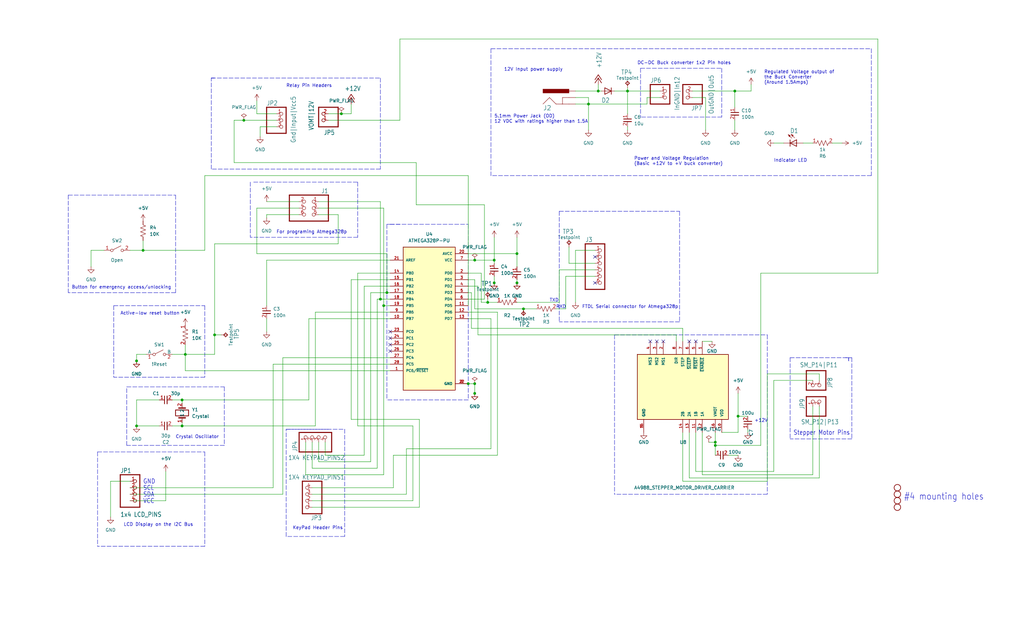
<source format=kicad_sch>
(kicad_sch (version 20211123) (generator eeschema)
  (paper "User" 399.999 250.012)
  (title_block (title "Door Lock Schematic") (rev "4") (company "ECE 411 Team 5 Practicum"))
  (lib_symbols
    (symbol "A4988_STEPPER_MOTOR_DRIVER_CARRIER:A4988_STEPPER_MOTOR_DRIVER_CARRIER" (pin_names (offset 1.016))
      (property "Reference" "U" (at -12.7 19.05 0))
      (property "Value" "A4988_STEPPER_MOTOR_DRIVER_CARRIER" (at -12.7 -21.59 0))
      (symbol "A4988_STEPPER_MOTOR_DRIVER_CARRIER_0_0"
        (pin input line (at -17.78 7.62 0) (length 5.08) (name "~{ENABLE}") (number "1"))
        (pin power_in line (at 17.78 15.24 180) (length 5.08) (name "VDD") (number "10"))
        (pin output line (at 17.78 5.08 180) (length 5.08) (name "1B") (number "11"))
        (pin output line (at 17.78 7.62 180) (length 5.08) (name "1A") (number "12"))
        (pin output line (at 17.78 2.54 180) (length 5.08) (name "2A") (number "13"))
        (pin output line (at 17.78 0 180) (length 5.08) (name "2B") (number "14"))
        (pin power_in line (at 17.78 -15.24 180) (length 5.08) (name "GND") (number "15"))
        (pin power_in line (at 17.78 12.7 180) (length 5.08) (name "VMOT") (number "16"))
        (pin input line (at -17.78 -7.62 0) (length 5.08) (name "MS1") (number "2"))
        (pin input line (at -17.78 -10.16 0) (length 5.08) (name "MS2") (number "3"))
        (pin input line (at -17.78 -12.7 0) (length 5.08) (name "MS3") (number "4"))
        (pin input line (at -17.78 5.08 0) (length 5.08) (name "~{RESET}") (number "5"))
        (pin input line (at -17.78 2.54 0) (length 5.08) (name "~{SLEEP}") (number "6"))
        (pin input line (at -17.78 0 0) (length 5.08) (name "STEP") (number "7"))
        (pin input line (at -17.78 -2.54 0) (length 5.08) (name "DIR") (number "8"))
        (pin power_in line (at 17.78 -15.24 180) (length 5.08) (name "GND") (number "9"))
      )
    )
    (symbol "ATMEGA328P-PU:ATMEGA328P-PU" (pin_names (offset 1.016))
      (property "Reference" "U" (at -10.16 28.9814 0))
      (property "Value" "ATMEGA328P-PU" (at -10.16 -31.5214 0))
      (symbol "ATMEGA328P-PU_0_0"
        (pin bidirectional line (at -15.24 -20.32 0) (length 5.08) (name "PC6/~{RESET}") (number "1"))
        (pin bidirectional line (at -15.24 0 0) (length 5.08) (name "PB7") (number "10"))
        (pin bidirectional line (at 15.24 5.08 180) (length 5.08) (name "PD5") (number "11"))
        (pin bidirectional line (at 15.24 2.54 180) (length 5.08) (name "PD6") (number "12"))
        (pin bidirectional line (at 15.24 0 180) (length 5.08) (name "PD7") (number "13"))
        (pin bidirectional line (at -15.24 17.78 0) (length 5.08) (name "PB0") (number "14"))
        (pin bidirectional line (at -15.24 15.24 0) (length 5.08) (name "PB1") (number "15"))
        (pin bidirectional line (at -15.24 12.7 0) (length 5.08) (name "PB2") (number "16"))
        (pin bidirectional line (at -15.24 10.16 0) (length 5.08) (name "PB3") (number "17"))
        (pin bidirectional line (at -15.24 7.62 0) (length 5.08) (name "PB4") (number "18"))
        (pin bidirectional line (at -15.24 5.08 0) (length 5.08) (name "PB5") (number "19"))
        (pin bidirectional line (at 15.24 17.78 180) (length 5.08) (name "PD0") (number "2"))
        (pin power_in line (at 15.24 25.4 180) (length 5.08) (name "AVCC") (number "20"))
        (pin input line (at -15.24 22.86 0) (length 5.08) (name "AREF") (number "21"))
        (pin power_in line (at 15.24 -25.4 180) (length 5.08) (name "GND") (number "22"))
        (pin bidirectional line (at -15.24 -5.08 0) (length 5.08) (name "PC0") (number "23"))
        (pin bidirectional line (at -15.24 -7.62 0) (length 5.08) (name "PC1") (number "24"))
        (pin bidirectional line (at -15.24 -10.16 0) (length 5.08) (name "PC2") (number "25"))
        (pin bidirectional line (at -15.24 -12.7 0) (length 5.08) (name "PC3") (number "26"))
        (pin bidirectional line (at -15.24 -15.24 0) (length 5.08) (name "PC4") (number "27"))
        (pin bidirectional line (at -15.24 -17.78 0) (length 5.08) (name "PC5") (number "28"))
        (pin bidirectional line (at 15.24 15.24 180) (length 5.08) (name "PD1") (number "3"))
        (pin bidirectional line (at 15.24 12.7 180) (length 5.08) (name "PD2") (number "4"))
        (pin bidirectional line (at 15.24 10.16 180) (length 5.08) (name "PD3") (number "5"))
        (pin bidirectional line (at 15.24 7.62 180) (length 5.08) (name "PD4") (number "6"))
        (pin power_in line (at 15.24 22.86 180) (length 5.08) (name "VCC") (number "7"))
        (pin power_in line (at 15.24 -25.4 180) (length 5.08) (name "GND") (number "8"))
        (pin bidirectional line (at -15.24 2.54 0) (length 5.08) (name "PB6") (number "9"))
      )
    )
    (symbol "C_Small_1" (pin_names (offset 0.254))
      (property "Reference" "C" (at 0.254 1.778 0))
      (property "Value" "C_Small_1" (at 0.254 -2.032 0))
      (symbol "C_Small_1_1_1"
        (pin passive line (at 0 2.54 270) (length 2.032) (name "~") (number "1"))
        (pin passive line (at 0 -2.54 90) (length 2.032) (name "~") (number "2"))
      )
    )
    (symbol "C_Small_2" (pin_names (offset 0.254))
      (property "Reference" "C" (at 0.254 1.778 0))
      (property "Value" "C_Small_2" (at 0.254 -2.032 0))
      (symbol "C_Small_2_1_1"
        (pin passive line (at 0 2.54 270) (length 2.032) (name "~") (number "1"))
        (pin passive line (at 0 -2.54 90) (length 2.032) (name "~") (number "2"))
      )
    )
    (symbol "C_Small_3" (pin_names (offset 0.254))
      (property "Reference" "C" (at 0.254 1.778 0))
      (property "Value" "C_Small_3" (at 0.254 -2.032 0))
      (symbol "C_Small_3_1_1"
        (pin passive line (at 0 2.54 270) (length 2.032) (name "~") (number "1"))
        (pin passive line (at 0 -2.54 90) (length 2.032) (name "~") (number "2"))
      )
    )
    (symbol "C_Small_4" (pin_names (offset 0.254))
      (property "Reference" "C" (at 0.254 1.778 0))
      (property "Value" "C_Small_4" (at 0.254 -2.032 0))
      (symbol "C_Small_4_1_1"
        (pin passive line (at 0 2.54 270) (length 2.032) (name "~") (number "1"))
        (pin passive line (at 0 -2.54 90) (length 2.032) (name "~") (number "2"))
      )
    )
    (symbol "C_Small_5" (pin_names (offset 0.254))
      (property "Reference" "C" (at 0.254 1.778 0))
      (property "Value" "C_Small_5" (at 0.254 -2.032 0))
      (symbol "C_Small_5_1_1"
        (pin passive line (at 0 2.54 270) (length 2.032) (name "~") (number "1"))
        (pin passive line (at 0 -2.54 90) (length 2.032) (name "~") (number "2"))
      )
    )
    (symbol "C_Small_6" (pin_names (offset 0.254))
      (property "Reference" "C" (at 0.254 1.778 0))
      (property "Value" "C_Small_6" (at 0.254 -2.032 0))
      (symbol "C_Small_6_1_1"
        (pin passive line (at 0 2.54 270) (length 2.032) (name "~") (number "1"))
        (pin passive line (at 0 -2.54 90) (length 2.032) (name "~") (number "2"))
      )
    )
    (symbol "C_Small_7" (pin_names (offset 0.254))
      (property "Reference" "C" (at 0.254 1.778 0))
      (property "Value" "C_Small_7" (at 0.254 -2.032 0))
      (symbol "C_Small_7_1_1"
        (pin passive line (at 0 2.54 270) (length 2.032) (name "~") (number "1"))
        (pin passive line (at 0 -2.54 90) (length 2.032) (name "~") (number "2"))
      )
    )
    (symbol "C_Small_8" (pin_names (offset 0.254))
      (property "Reference" "C" (at 0.254 1.778 0))
      (property "Value" "C_Small_8" (at 0.254 -2.032 0))
      (symbol "C_Small_8_1_1"
        (pin passive line (at 0 2.54 270) (length 2.032) (name "~") (number "1"))
        (pin passive line (at 0 -2.54 90) (length 2.032) (name "~") (number "2"))
      )
    )
    (symbol "Device:C_Small" (pin_names (offset 0.254))
      (property "Reference" "C" (at 0.254 1.778 0))
      (property "Value" "C_Small" (at 0.254 -2.032 0))
      (symbol "C_Small_1_1"
        (pin passive line (at 0 2.54 270) (length 2.032) (name "~") (number "1"))
        (pin passive line (at 0 -2.54 90) (length 2.032) (name "~") (number "2"))
      )
    )
    (symbol "Device:Crystal" (pin_names (offset 1.016))
      (property "Reference" "Y" (at 0 3.81 0))
      (property "Value" "Crystal" (at 0 -3.81 0))
      (symbol "Crystal_1_1"
        (pin passive line (at -3.81 0 0) (length 1.27) (name "1") (number "1"))
        (pin passive line (at 3.81 0 180) (length 1.27) (name "2") (number "2"))
      )
    )
    (symbol "Device:R_US" (pin_numbers hide) (pin_names (offset 0))
      (property "Reference" "R" (at 2.54 0 90))
      (property "Value" "R_US" (at -2.54 0 90))
      (symbol "R_US_1_1"
        (pin passive line (at 0 3.81 270) (length 1.27) (name "~") (number "1"))
        (pin passive line (at 0 -3.81 90) (length 1.27) (name "~") (number "2"))
      )
    )
    (symbol "Keyless_Door-eagle-import:+12V" (power)
      (property "Value" "+12V" (at -2.54 -5.08 90))
      (symbol "+12V_1_0"
        (pin power_in line (at 0 -2.54 90) (length 2.54) (name "+12V") (number "1"))
      )
    )
    (symbol "Keyless_Door-eagle-import:DIODE-SMB"
      (property "Reference" "D" (at 2.54 0.4826 0))
      (property "Value" "DIODE-SMB" (at 2.54 -2.3114 0))
      (symbol "DIODE-SMB_1_0"
        (pin passive line (at -2.54 0 0) (length 2.54) (name "A") (number "A"))
        (pin passive line (at 2.54 0 180) (length 2.54) (name "C") (number "C"))
      )
    )
    (symbol "Keyless_Door-eagle-import:LEDCHIP-LED0805"
      (property "Reference" "LED" (at 3.556 -4.572 90))
      (property "Value" "LEDCHIP-LED0805" (at 5.715 -4.572 90))
      (symbol "LEDCHIP-LED0805_1_0"
        (pin passive line (at 0 2.54 270) (length 2.54) (name "A") (number "A"))
        (pin passive line (at 0 -5.08 90) (length 2.54) (name "C") (number "C"))
      )
    )
    (symbol "Keyless_Door-eagle-import:PINHD-1X2"
      (property "Reference" "JP" (at -6.35 5.715 0))
      (property "Value" "PINHD-1X2" (at -6.35 -5.08 0))
      (symbol "PINHD-1X2_1_0"
        (pin passive inverted (at -2.54 2.54 0) (length 2.54) (name "1") (number "1"))
        (pin passive inverted (at -2.54 0 0) (length 2.54) (name "2") (number "2"))
      )
    )
    (symbol "Keyless_Door-eagle-import:PINHD-1X3"
      (property "Reference" "JP" (at -6.35 5.715 0))
      (property "Value" "PINHD-1X3" (at -6.35 -7.62 0))
      (symbol "PINHD-1X3_1_0"
        (pin passive inverted (at -2.54 2.54 0) (length 2.54) (name "1") (number "1"))
        (pin passive inverted (at -2.54 0 0) (length 2.54) (name "2") (number "2"))
        (pin passive inverted (at -2.54 -2.54 0) (length 2.54) (name "3") (number "3"))
      )
    )
    (symbol "Keyless_Door-eagle-import:PINHD-1X4"
      (property "Reference" "JP" (at -6.35 8.255 0))
      (property "Value" "PINHD-1X4" (at -6.35 -7.62 0))
      (symbol "PINHD-1X4_1_0"
        (pin passive inverted (at -2.54 5.08 0) (length 2.54) (name "1") (number "1"))
        (pin passive inverted (at -2.54 2.54 0) (length 2.54) (name "2") (number "2"))
        (pin passive inverted (at -2.54 0 0) (length 2.54) (name "3") (number "3"))
        (pin passive inverted (at -2.54 -2.54 0) (length 2.54) (name "4") (number "4"))
      )
    )
    (symbol "Keyless_Door-eagle-import:PINHD-1X6"
      (property "Reference" "JP" (at -6.35 10.795 0))
      (property "Value" "PINHD-1X6" (at -6.35 -10.16 0))
      (symbol "PINHD-1X6_1_0"
        (pin passive inverted (at -2.54 7.62 0) (length 2.54) (name "1") (number "1"))
        (pin passive inverted (at -2.54 5.08 0) (length 2.54) (name "2") (number "2"))
        (pin passive inverted (at -2.54 2.54 0) (length 2.54) (name "3") (number "3"))
        (pin passive inverted (at -2.54 0 0) (length 2.54) (name "4") (number "4"))
        (pin passive inverted (at -2.54 -2.54 0) (length 2.54) (name "5") (number "5"))
        (pin passive inverted (at -2.54 -5.08 0) (length 2.54) (name "6") (number "6"))
      )
    )
    (symbol "Keyless_Door-eagle-import:PINHD-2X3"
      (property "Reference" "JP" (at -6.35 5.715 0))
      (property "Value" "PINHD-2X3" (at -6.35 -7.62 0))
      (symbol "PINHD-2X3_1_0"
        (pin passive inverted (at -2.54 2.54 0) (length 2.54) (name "1") (number "1"))
        (pin passive inverted (at 5.08 2.54 180) (length 2.54) (name "2") (number "2"))
        (pin passive inverted (at -2.54 0 0) (length 2.54) (name "3") (number "3"))
        (pin passive inverted (at 5.08 0 180) (length 2.54) (name "4") (number "4"))
        (pin passive inverted (at -2.54 -2.54 0) (length 2.54) (name "5") (number "5"))
        (pin passive inverted (at 5.08 -2.54 180) (length 2.54) (name "6") (number "6"))
      )
    )
    (symbol "Keyless_Door-eagle-import:POWER_JACK"
      (property "Reference" "J" (at -10.16 0 0))
      (property "Value" "POWER_JACK" (at -10.16 10.16 0))
      (symbol "POWER_JACK_1_0"
        (pin bidirectional line (at 2.54 2.54 180) (length 2.54) (name "GND") (number "GND"))
        (pin bidirectional line (at 2.54 5.08 180) (length 2.54) (name "GNDBREAK") (number "GNDBREAK"))
        (pin bidirectional line (at 2.54 7.62 180) (length 2.54) (name "PWR") (number "PWR"))
      )
    )
    (symbol "Keyless_Door-eagle-import:STAND-OFF")
    (symbol "Keyless_Door-eagle-import:TPPAD1-13"
      (property "Reference" "TP4" (at -1.27 1.27 0))
      (symbol "TPPAD1-13_1_0"
        (pin input line (at 0 -2.54 90) (length 2.54) (name "TP") (number "TP"))
      )
    )
    (symbol "R_US_1" (pin_names (offset 0))
      (property "Reference" "R" (at 2.54 0 90))
      (property "Value" "R_US_1" (at -2.54 0 90))
      (symbol "R_US_1_1_1"
        (pin passive line (at 0 3.81 270) (length 1.27) (name "~") (number "1"))
        (pin passive line (at 0 -3.81 90) (length 1.27) (name "~") (number "2"))
      )
    )
    (symbol "R_US_2" (pin_names (offset 0))
      (property "Reference" "R" (at 2.54 0 90))
      (property "Value" "R_US_2" (at -2.54 0 90))
      (symbol "R_US_2_1_1"
        (pin passive line (at 0 3.81 270) (length 1.27) (name "~") (number "1"))
        (pin passive line (at 0 -3.81 90) (length 1.27) (name "~") (number "2"))
      )
    )
    (symbol "R_US_3" (pin_names (offset 0))
      (property "Reference" "R" (at 2.54 0 90))
      (property "Value" "R_US_3" (at -2.54 0 90))
      (symbol "R_US_3_1_1"
        (pin passive line (at 0 3.81 270) (length 1.27) (name "~") (number "1"))
        (pin passive line (at 0 -3.81 90) (length 1.27) (name "~") (number "2"))
      )
    )
    (symbol "R_US_4" (pin_names (offset 0))
      (property "Reference" "R" (at 2.54 0 90))
      (property "Value" "R_US_4" (at -2.54 0 90))
      (symbol "R_US_4_1_1"
        (pin passive line (at 0 3.81 270) (length 1.27) (name "~") (number "1"))
        (pin passive line (at 0 -3.81 90) (length 1.27) (name "~") (number "2"))
      )
    )
    (symbol "SW_SPST_1" (pin_names (offset 0))
      (property "Reference" "SW" (at 0 3.175 0))
      (property "Value" "SW_SPST_1" (at 0 -2.54 0))
      (symbol "SW_SPST_1_1_1"
        (pin passive line (at -5.08 0 0) (length 2.54) (name "A") (number "1"))
        (pin passive line (at 5.08 0 180) (length 2.54) (name "B") (number "2"))
      )
    )
    (symbol "Switch:SW_SPST" (pin_names (offset 0) hide)
      (property "Reference" "SW" (at 0 3.175 0))
      (property "Value" "SW_SPST" (at 0 -2.54 0))
      (symbol "SW_SPST_1_1"
        (pin passive line (at -5.08 0 0) (length 2.54) (name "A") (number "1"))
        (pin passive line (at 5.08 0 180) (length 2.54) (name "B") (number "2"))
      )
    )
    (symbol "power:+5V" (power) (pin_names (offset 0))
      (property "Value" "+5V" (at 0 3.556 0))
      (symbol "+5V_1_1"
        (pin power_in line (at 0 0 90) (length 0) hide (name "+5V") (number "1"))
      )
    )
    (symbol "power:GND" (power) (pin_names (offset 0))
      (property "Value" "GND" (at 0 -3.81 0))
      (symbol "GND_1_1"
        (pin power_in line (at 0 0 270) (length 0) hide (name "GND") (number "1"))
      )
    )
    (symbol "power:PWR_FLAG" (power) (pin_numbers hide) (pin_names (offset 0) hide)
      (property "Value" "PWR_FLAG" (at 0 3.81 0))
      (symbol "PWR_FLAG_0_0"
        (pin power_out line (at 0 0 90) (length 0) (name "pwr") (number "1"))
      )
    )
  )
  (junction (at 185.42 101.6))
  (junction (at 72.39 138.43))
  (junction (at 201.93 99.06))
  (junction (at 201.93 110.49))
  (junction (at 133.35 44.45))
  (junction (at 83.82 130.81))
  (junction (at 288.29 162.56))
  (junction (at 204.47 120.65))
  (junction (at 53.34 166.37))
  (junction (at 279.4 173.99))
  (junction (at 245.11 35.56))
  (junction (at 149.86 119.38))
  (junction (at 193.04 110.49))
  (junction (at 193.04 101.6))
  (junction (at 229.87 40.64))
  (junction (at 71.12 156.21))
  (junction (at 55.88 97.79))
  (junction (at 279.4 172.72))
  (junction (at 287.02 35.56))
  (junction (at 185.42 149.86))
  (junction (at 53.34 140.97))
  (junction (at 233.68 35.56))
  (junction (at 71.12 166.37))
  (junction (at 182.88 149.86))
  (junction (at 148.59 116.84))
  (junction (at 185.42 153.67))
  (junction (at 95.25 46.99))
  (junction (at 190.5 118.11))
  (junction (at 151.13 114.3))
  (no_connect (at 152.4 137.16))
  (no_connect (at 259.08 133.35))
  (no_connect (at 254 133.35))
  (no_connect (at 152.4 134.62))
  (no_connect (at 232.41 100.33))
  (no_connect (at 271.78 133.35))
  (no_connect (at 256.54 133.35))
  (no_connect (at 152.4 129.54))
  (no_connect (at 232.41 110.49))
  (no_connect (at 152.4 132.08))
  (no_connect (at 269.24 133.35))
  (wire (pts (xy 124.46 172.72) (xy 124.46 180.34)))
  (polyline (pts (xy 250.19 26.67) (xy 250.19 45.72)))
  (wire (pts (xy 182.88 68.58) (xy 80.01 68.58)))
  (wire (pts (xy 270.51 35.56) (xy 287.02 35.56)))
  (wire (pts (xy 153.67 177.8) (xy 194.31 177.8)))
  (polyline (pts (xy 299.72 130.81) (xy 299.72 193.04)))
  (wire (pts (xy 121.92 198.12) (xy 163.83 198.12)))
  (wire (pts (xy 222.25 102.87) (xy 232.41 102.87)))
  (wire (pts (xy 104.14 78.74) (xy 116.84 78.74)))
  (wire (pts (xy 276.86 172.72) (xy 279.4 172.72)))
  (wire (pts (xy 35.56 97.79) (xy 35.56 104.14)))
  (polyline (pts (xy 332.74 139.7) (xy 332.74 171.45)))
  (wire (pts (xy 156.21 46.99) (xy 156.21 15.24)))
  (wire (pts (xy 107.95 49.53) (xy 101.6 49.53)))
  (wire (pts (xy 163.83 198.12) (xy 163.83 163.83)))
  (wire (pts (xy 133.35 44.45) (xy 137.16 44.45)))
  (wire (pts (xy 264.16 133.35) (xy 264.16 130.81)))
  (polyline (pts (xy 148.59 30.48) (xy 148.59 66.04)))
  (wire (pts (xy 288.29 162.56) (xy 292.1 162.56)))
  (wire (pts (xy 292.1 167.64) (xy 292.1 168.91)))
  (wire (pts (xy 149.86 81.28) (xy 149.86 119.38)))
  (wire (pts (xy 119.38 185.42) (xy 119.38 172.72)))
  (wire (pts (xy 288.29 162.56) (xy 288.29 168.91)))
  (polyline (pts (xy 308.61 139.7) (xy 332.74 139.7)))
  (polyline (pts (xy 111.76 167.64) (xy 113.03 167.64)))
  (wire (pts (xy 342.9 15.24) (xy 342.9 106.68)))
  (wire (pts (xy 55.88 97.79) (xy 80.01 97.79)))
  (wire (pts (xy 158.75 175.26) (xy 191.77 175.26)))
  (wire (pts (xy 124.46 81.28) (xy 149.86 81.28)))
  (wire (pts (xy 185.42 120.65) (xy 204.47 120.65)))
  (polyline (pts (xy 299.72 193.04) (xy 240.03 193.04)))
  (wire (pts (xy 297.18 106.68) (xy 342.9 106.68)))
  (polyline (pts (xy 113.03 167.64) (xy 128.27 167.64)))
  (wire (pts (xy 124.46 78.74) (xy 148.59 78.74)))
  (wire (pts (xy 182.88 116.84) (xy 189.23 116.84)))
  (wire (pts (xy 57.15 138.43) (xy 53.34 138.43)))
  (wire (pts (xy 158.75 193.04) (xy 158.75 175.26)))
  (wire (pts (xy 83.82 95.25) (xy 83.82 130.81)))
  (wire (pts (xy 320.04 148.59) (xy 320.04 146.05)))
  (wire (pts (xy 201.93 109.22) (xy 201.93 110.49)))
  (wire (pts (xy 147.32 116.84) (xy 148.59 116.84)))
  (wire (pts (xy 252.73 38.1) (xy 252.73 40.64)))
  (wire (pts (xy 193.04 101.6) (xy 193.04 102.87)))
  (polyline (pts (xy 182.88 87.63) (xy 182.88 156.21)))
  (polyline (pts (xy 49.53 151.13) (xy 87.63 151.13)))
  (wire (pts (xy 161.29 195.58) (xy 121.92 195.58)))
  (wire (pts (xy 62.23 156.21) (xy 53.34 156.21)))
  (polyline (pts (xy 82.55 30.48) (xy 148.59 30.48)))
  (polyline (pts (xy 87.63 173.99) (xy 49.53 173.99)))
  (polyline (pts (xy 82.55 66.04) (xy 82.55 30.48)))
  (polyline (pts (xy 111.76 167.64) (xy 134.62 167.64)))
  (wire (pts (xy 149.86 119.38) (xy 152.4 119.38)))
  (wire (pts (xy 121.92 193.04) (xy 158.75 193.04)))
  (wire (pts (xy 106.68 142.24) (xy 106.68 190.5)))
  (wire (pts (xy 232.41 105.41) (xy 218.44 105.41)))
  (wire (pts (xy 100.33 81.28) (xy 116.84 81.28)))
  (wire (pts (xy 182.88 101.6) (xy 185.42 101.6)))
  (polyline (pts (xy 151.13 87.63) (xy 152.4 87.63)))
  (polyline (pts (xy 38.1 176.53) (xy 38.1 213.36)))
  (wire (pts (xy 193.04 107.95) (xy 193.04 110.49)))
  (wire (pts (xy 185.42 109.22) (xy 182.88 109.22)))
  (wire (pts (xy 182.88 99.06) (xy 201.93 99.06)))
  (wire (pts (xy 222.25 96.52) (xy 222.25 102.87)))
  (wire (pts (xy 189.23 116.84) (xy 189.23 80.01)))
  (polyline (pts (xy 182.88 156.21) (xy 151.13 156.21)))
  (wire (pts (xy 279.4 172.72) (xy 279.4 173.99)))
  (wire (pts (xy 302.26 148.59) (xy 317.5 148.59)))
  (wire (pts (xy 72.39 138.43) (xy 67.31 138.43)))
  (wire (pts (xy 325.12 55.88) (xy 328.93 55.88)))
  (wire (pts (xy 269.24 186.69) (xy 320.04 186.69)))
  (polyline (pts (xy 308.61 139.7) (xy 308.61 171.45)))
  (wire (pts (xy 317.5 185.42) (xy 317.5 158.75)))
  (polyline (pts (xy 26.67 76.2) (xy 26.67 114.3)))
  (wire (pts (xy 233.68 33.02) (xy 233.68 35.56)))
  (wire (pts (xy 152.4 144.78) (xy 72.39 144.78)))
  (wire (pts (xy 266.7 187.96) (xy 299.72 187.96)))
  (polyline (pts (xy 26.67 76.2) (xy 68.58 76.2)))
  (wire (pts (xy 182.88 68.58) (xy 182.88 119.38)))
  (wire (pts (xy 72.39 144.78) (xy 72.39 138.43)))
  (polyline (pts (xy 80.01 176.53) (xy 80.01 213.36)))
  (wire (pts (xy 104.14 83.82) (xy 104.14 85.09)))
  (wire (pts (xy 152.4 109.22) (xy 137.16 109.22)))
  (wire (pts (xy 190.5 116.84) (xy 190.5 118.11)))
  (wire (pts (xy 161.29 166.37) (xy 161.29 195.58)))
  (wire (pts (xy 257.81 38.1) (xy 252.73 38.1)))
  (polyline (pts (xy 218.44 82.55) (xy 218.44 125.73)))
  (wire (pts (xy 224.79 35.56) (xy 233.68 35.56)))
  (wire (pts (xy 224.79 97.79) (xy 232.41 97.79)))
  (wire (pts (xy 204.47 120.65) (xy 209.55 120.65)))
  (wire (pts (xy 182.88 124.46) (xy 191.77 124.46)))
  (wire (pts (xy 279.4 168.91) (xy 279.4 172.72)))
  (wire (pts (xy 313.69 55.88) (xy 317.5 55.88)))
  (wire (pts (xy 187.96 118.11) (xy 187.96 106.68)))
  (polyline (pts (xy 80.01 147.32) (xy 44.45 147.32)))
  (wire (pts (xy 302.26 55.88) (xy 306.07 55.88)))
  (wire (pts (xy 127 177.8) (xy 142.24 177.8)))
  (polyline (pts (xy 82.55 30.48) (xy 83.82 30.48)))
  (wire (pts (xy 127 177.8) (xy 127 172.72)))
  (wire (pts (xy 91.44 63.5) (xy 91.44 46.99)))
  (wire (pts (xy 83.82 130.81) (xy 83.82 138.43)))
  (wire (pts (xy 142.24 111.76) (xy 152.4 111.76)))
  (wire (pts (xy 100.33 44.45) (xy 107.95 44.45)))
  (polyline (pts (xy 331.47 139.7) (xy 331.47 140.97)))
  (polyline (pts (xy 44.45 119.38) (xy 80.01 119.38)))
  (polyline (pts (xy 218.44 82.55) (xy 265.43 82.55)))
  (polyline (pts (xy 68.58 76.2) (xy 68.58 114.3)))
  (wire (pts (xy 132.08 95.25) (xy 83.82 95.25)))
  (wire (pts (xy 245.11 35.56) (xy 257.81 35.56)))
  (wire (pts (xy 240.03 35.56) (xy 245.11 35.56)))
  (wire (pts (xy 162.56 80.01) (xy 162.56 63.5)))
  (wire (pts (xy 229.87 38.1) (xy 229.87 40.64)))
  (wire (pts (xy 299.72 146.05) (xy 320.04 146.05)))
  (wire (pts (xy 288.29 153.67) (xy 288.29 162.56)))
  (wire (pts (xy 229.87 40.64) (xy 229.87 50.8)))
  (wire (pts (xy 139.7 106.68) (xy 152.4 106.68)))
  (wire (pts (xy 287.02 50.8) (xy 287.02 46.99)))
  (polyline (pts (xy 265.43 82.55) (xy 265.43 125.73)))
  (wire (pts (xy 279.4 173.99) (xy 279.4 177.8)))
  (polyline (pts (xy 331.47 139.7) (xy 331.47 140.97)))
  (wire (pts (xy 101.6 49.53) (xy 101.6 53.34)))
  (polyline (pts (xy 265.43 125.73) (xy 218.44 125.73)))
  (polyline (pts (xy 240.03 130.81) (xy 299.72 130.81)))
  (wire (pts (xy 245.11 34.29) (xy 245.11 35.56)))
  (wire (pts (xy 163.83 163.83) (xy 137.16 163.83)))
  (wire (pts (xy 264.16 130.81) (xy 186.69 130.81)))
  (wire (pts (xy 121.92 190.5) (xy 153.67 190.5)))
  (wire (pts (xy 124.46 180.34) (xy 144.78 180.34)))
  (polyline (pts (xy 44.45 119.38) (xy 44.45 147.32)))
  (wire (pts (xy 187.96 106.68) (xy 182.88 106.68)))
  (wire (pts (xy 220.98 107.95) (xy 220.98 120.65)))
  (wire (pts (xy 271.78 168.91) (xy 271.78 184.15)))
  (wire (pts (xy 185.42 153.67) (xy 185.42 149.86)))
  (wire (pts (xy 297.18 106.68) (xy 297.18 173.99)))
  (wire (pts (xy 137.16 109.22) (xy 137.16 163.83)))
  (polyline (pts (xy 250.19 26.67) (xy 281.94 26.67)))
  (wire (pts (xy 245.11 35.56) (xy 245.11 44.45)))
  (wire (pts (xy 161.29 166.37) (xy 139.7 166.37)))
  (wire (pts (xy 274.32 133.35) (xy 278.13 133.35)))
  (wire (pts (xy 186.69 111.76) (xy 182.88 111.76)))
  (wire (pts (xy 185.42 101.6) (xy 193.04 101.6)))
  (polyline (pts (xy 80.01 119.38) (xy 80.01 147.32)))
  (wire (pts (xy 123.19 121.92) (xy 123.19 166.37)))
  (polyline (pts (xy 148.59 66.04) (xy 82.55 66.04)))
  (wire (pts (xy 274.32 185.42) (xy 317.5 185.42)))
  (wire (pts (xy 274.32 168.91) (xy 274.32 185.42)))
  (polyline (pts (xy 240.03 130.81) (xy 240.03 193.04)))
  (wire (pts (xy 106.68 142.24) (xy 152.4 142.24)))
  (polyline (pts (xy 38.1 176.53) (xy 80.01 176.53)))
  (polyline (pts (xy 68.58 114.3) (xy 26.67 114.3)))
  (polyline (pts (xy 87.63 151.13) (xy 87.63 173.99)))
  (wire (pts (xy 299.72 187.96) (xy 299.72 146.05)))
  (wire (pts (xy 266.7 133.35) (xy 266.7 128.27)))
  (polyline (pts (xy 151.13 87.63) (xy 151.13 156.21)))
  (wire (pts (xy 297.18 173.99) (xy 279.4 173.99)))
  (wire (pts (xy 72.39 134.62) (xy 72.39 138.43)))
  (wire (pts (xy 119.38 185.42) (xy 149.86 185.42)))
  (wire (pts (xy 194.31 118.11) (xy 190.5 118.11)))
  (polyline (pts (xy 134.62 209.55) (xy 111.76 209.55)))
  (wire (pts (xy 67.31 156.21) (xy 71.12 156.21)))
  (wire (pts (xy 162.56 63.5) (xy 91.44 63.5)))
  (wire (pts (xy 100.33 81.28) (xy 100.33 99.06)))
  (polyline (pts (xy 191.77 19.05) (xy 191.77 68.58)))
  (wire (pts (xy 104.14 101.6) (xy 104.14 119.38)))
  (wire (pts (xy 194.31 177.8) (xy 194.31 121.92)))
  (wire (pts (xy 151.13 99.06) (xy 151.13 114.3)))
  (wire (pts (xy 224.79 97.79) (xy 224.79 118.11)))
  (wire (pts (xy 100.33 39.37) (xy 100.33 44.45)))
  (wire (pts (xy 147.32 182.88) (xy 147.32 116.84)))
  (polyline (pts (xy 99.06 71.12) (xy 139.7 71.12)))
  (wire (pts (xy 191.77 175.26) (xy 191.77 124.46)))
  (wire (pts (xy 201.93 118.11) (xy 218.44 118.11)))
  (wire (pts (xy 91.44 46.99) (xy 95.25 46.99)))
  (wire (pts (xy 193.04 92.71) (xy 193.04 101.6)))
  (wire (pts (xy 148.59 78.74) (xy 148.59 116.84)))
  (wire (pts (xy 293.37 35.56) (xy 287.02 35.56)))
  (wire (pts (xy 302.26 184.15) (xy 302.26 148.59)))
  (wire (pts (xy 80.01 68.58) (xy 80.01 97.79)))
  (wire (pts (xy 224.79 38.1) (xy 229.87 38.1)))
  (wire (pts (xy 182.88 149.86) (xy 180.34 149.86)))
  (wire (pts (xy 137.16 40.64) (xy 137.16 44.45)))
  (wire (pts (xy 288.29 168.91) (xy 281.94 168.91)))
  (polyline (pts (xy 191.77 19.05) (xy 340.36 19.05)))
  (polyline (pts (xy 80.01 213.36) (xy 38.1 213.36)))
  (wire (pts (xy 293.37 33.02) (xy 293.37 35.56)))
  (wire (pts (xy 201.93 99.06) (xy 201.93 104.14)))
  (wire (pts (xy 139.7 166.37) (xy 139.7 106.68)))
  (wire (pts (xy 35.56 97.79) (xy 40.64 97.79)))
  (wire (pts (xy 152.4 121.92) (xy 123.19 121.92)))
  (wire (pts (xy 53.34 166.37) (xy 62.23 166.37)))
  (wire (pts (xy 245.11 50.8) (xy 245.11 49.53)))
  (wire (pts (xy 55.88 97.79) (xy 50.8 97.79)))
  (polyline (pts (xy 152.4 87.63) (xy 156.21 87.63)))
  (wire (pts (xy 190.5 118.11) (xy 187.96 118.11)))
  (wire (pts (xy 104.14 83.82) (xy 116.84 83.82)))
  (wire (pts (xy 184.15 114.3) (xy 182.88 114.3)))
  (wire (pts (xy 123.19 166.37) (xy 71.12 166.37)))
  (wire (pts (xy 184.15 128.27) (xy 184.15 114.3)))
  (wire (pts (xy 110.49 193.04) (xy 110.49 139.7)))
  (polyline (pts (xy 49.53 173.99) (xy 49.53 151.13)))
  (wire (pts (xy 50.8 190.5) (xy 106.68 190.5)))
  (polyline (pts (xy 340.36 68.58) (xy 191.77 68.58)))
  (wire (pts (xy 156.21 15.24) (xy 342.9 15.24)))
  (wire (pts (xy 64.77 184.15) (xy 64.77 195.58)))
  (wire (pts (xy 184.15 128.27) (xy 266.7 128.27)))
  (wire (pts (xy 55.88 93.98) (xy 55.88 97.79)))
  (wire (pts (xy 71.12 165.1) (xy 71.12 166.37)))
  (wire (pts (xy 86.36 130.81) (xy 83.82 130.81)))
  (wire (pts (xy 152.4 101.6) (xy 104.14 101.6)))
  (wire (pts (xy 194.31 121.92) (xy 182.88 121.92)))
  (wire (pts (xy 67.31 166.37) (xy 71.12 166.37)))
  (wire (pts (xy 224.79 40.64) (xy 229.87 40.64)))
  (wire (pts (xy 220.98 120.65) (xy 217.17 120.65)))
  (wire (pts (xy 53.34 156.21) (xy 53.34 166.37)))
  (wire (pts (xy 186.69 130.81) (xy 186.69 111.76)))
  (wire (pts (xy 151.13 114.3) (xy 152.4 114.3)))
  (wire (pts (xy 121.92 182.88) (xy 147.32 182.88)))
  (polyline (pts (xy 152.4 87.63) (xy 182.88 87.63)))
  (wire (pts (xy 233.68 35.56) (xy 234.95 35.56)))
  (wire (pts (xy 153.67 190.5) (xy 153.67 177.8)))
  (wire (pts (xy 266.7 168.91) (xy 266.7 187.96)))
  (polyline (pts (xy 281.94 45.72) (xy 250.19 45.72)))
  (wire (pts (xy 320.04 186.69) (xy 320.04 158.75)))
  (wire (pts (xy 53.34 138.43) (xy 53.34 140.97)))
  (wire (pts (xy 121.92 182.88) (xy 121.92 172.72)))
  (wire (pts (xy 275.59 38.1) (xy 275.59 50.8)))
  (wire (pts (xy 218.44 105.41) (xy 218.44 118.11)))
  (wire (pts (xy 232.41 107.95) (xy 220.98 107.95)))
  (wire (pts (xy 152.4 124.46) (xy 120.65 124.46)))
  (wire (pts (xy 71.12 156.21) (xy 120.65 156.21)))
  (wire (pts (xy 229.87 40.64) (xy 252.73 40.64)))
  (wire (pts (xy 269.24 186.69) (xy 269.24 168.91)))
  (polyline (pts (xy 111.76 209.55) (xy 111.76 167.64)))
  (wire (pts (xy 83.82 138.43) (xy 72.39 138.43)))
  (polyline (pts (xy 139.7 92.71) (xy 97.79 92.71)))
  (wire (pts (xy 132.08 83.82) (xy 132.08 95.25)))
  (wire (pts (xy 189.23 80.01) (xy 162.56 80.01)))
  (wire (pts (xy 185.42 149.86) (xy 182.88 149.86)))
  (wire (pts (xy 201.93 92.71) (xy 201.93 99.06)))
  (wire (pts (xy 124.46 83.82) (xy 132.08 83.82)))
  (wire (pts (xy 149.86 185.42) (xy 149.86 119.38)))
  (wire (pts (xy 284.48 177.8) (xy 288.29 177.8)))
  (wire (pts (xy 144.78 114.3) (xy 151.13 114.3)))
  (wire (pts (xy 142.24 177.8) (xy 142.24 111.76)))
  (wire (pts (xy 50.8 193.04) (xy 110.49 193.04)))
  (polyline (pts (xy 97.79 71.12) (xy 97.79 92.71)))
  (polyline (pts (xy 340.36 19.05) (xy 340.36 68.58)))
  (wire (pts (xy 104.14 124.46) (xy 104.14 129.54)))
  (wire (pts (xy 144.78 180.34) (xy 144.78 114.3)))
  (polyline (pts (xy 281.94 26.67) (xy 281.94 45.72)))
  (wire (pts (xy 271.78 184.15) (xy 302.26 184.15)))
  (wire (pts (xy 50.8 195.58) (xy 64.77 195.58)))
  (wire (pts (xy 287.02 35.56) (xy 287.02 41.91)))
  (wire (pts (xy 185.42 120.65) (xy 185.42 109.22)))
  (wire (pts (xy 95.25 46.99) (xy 107.95 46.99)))
  (polyline (pts (xy 139.7 71.12) (xy 139.7 92.71)))
  (wire (pts (xy 100.33 99.06) (xy 151.13 99.06)))
  (wire (pts (xy 148.59 116.84) (xy 152.4 116.84)))
  (polyline (pts (xy 332.74 171.45) (xy 308.61 171.45)))
  (wire (pts (xy 110.49 139.7) (xy 152.4 139.7)))
  (polyline (pts (xy 330.2 139.7) (xy 331.47 139.7)))
  (polyline (pts (xy 134.62 167.64) (xy 134.62 209.55)))
  (wire (pts (xy 128.27 44.45) (xy 133.35 44.45)))
  (wire (pts (xy 71.12 156.21) (xy 71.12 157.48)))
  (wire (pts (xy 120.65 124.46) (xy 120.65 156.21)))
  (wire (pts (xy 128.27 46.99) (xy 156.21 46.99)))
  (wire (pts (xy 43.18 187.96) (xy 50.8 187.96)))
  (wire (pts (xy 43.18 187.96) (xy 43.18 201.93)))
  (wire (pts (xy 270.51 38.1) (xy 275.59 38.1)))
  (text "SCL" (at 55.88 191.77 180) (effects (font (size 1.778 1.5113)) (justify left bottom)))
  (text "#4 mounting holes" (at 353.06 195.58 180) (effects (font (size 2.54 2.159)) (justify left bottom)))
  (text "12V Input power supply\n" (at 196.85 27.94 0) (effects (font (size 1.27 1.27)) (justify left bottom)))
  (text "DC-DC Buck converter 1x2 Pin holes" (at 248.92 25.4 0) (effects (font (size 1.27 1.27)) (justify left bottom)))
  (text "KeyPad Header Pins" (at 114.3 207.01 0) (effects (font (size 1.27 1.27)) (justify left bottom)))
  (text "FTDL Serial connector for Atmega328p\n" (at 227.33 120.65 0) (effects (font (size 1.27 1.27)) (justify left bottom)))
  (text "Relay Pin Headers\n" (at 111.76 34.29 0) (effects (font (size 1.27 1.27)) (justify left bottom)))
  (text "LCD Display on the I2C Bus\n" (at 48.26 205.74 0) (effects (font (size 1.27 1.27)) (justify left bottom)))
  (text "RXD\n" (at 217.17 120.65 0) (effects (font (size 1.27 1.27)) (justify left bottom)))
  (text "Power and Voltage Regulation\n(Basic +12V to +V buck converter)" (at 247.65 64.77 0) (effects (font (size 1.27 1.27)) (justify left bottom)))
  (text "Button for emergency access/unlocking\n" (at 27.94 113.03 0) (effects (font (size 1.27 1.27)) (justify left bottom)))
  (text "Stepper Motor Pins" (at 309.88 170.18 180) (effects (font (size 1.778 1.5113)) (justify left bottom)))
  (text "For programing Atmega328p\n" (at 107.95 91.44 0) (effects (font (size 1.27 1.27)) (justify left bottom)))
  (text "5.1mm Power Jack (OD) \n12 VDC with ratings higher than 1.5A\n" (at 193.04 48.26 0) (effects (font (size 1.27 1.27)) (justify left bottom)))
  (text "Active-low reset button" (at 46.99 123.19 0) (effects (font (size 1.27 1.27)) (justify left bottom)))
  (text "+12V" (at 294.64 165.1 0) (effects (font (size 1.27 1.27)) (justify left bottom)))
  (text "VCC" (at 55.88 196.85 180) (effects (font (size 1.778 1.5113)) (justify left bottom)))
  (text "Regulated Voltage output of\nthe Buck Converter\n(Around 1.5Amps)\n" (at 298.45 33.02 0) (effects (font (size 1.27 1.27)) (justify left bottom)))
  (text "TXD\n" (at 214.63 118.11 0) (effects (font (size 1.27 1.27)) (justify left bottom)))
  (text "Indicator LED" (at 302.26 63.5 0) (effects (font (size 1.27 1.27)) (justify left bottom)))
  (text "GND" (at 55.88 189.23 180) (effects (font (size 1.778 1.5113)) (justify left bottom)))
  (text "SDA" (at 55.88 194.31 180) (effects (font (size 1.778 1.5113)) (justify left bottom)))
  (text "Crystal Oscillator" (at 68.58 171.45 0) (effects (font (size 1.27 1.27)) (justify left bottom)))
  (symbol (lib_id "Device:C_Small") (at 245.11 46.99 0) (unit 1)
    (property "Reference" "C6" (at 247.65 45.7262 0) (effects (justify left)))
    (property "Value" "10u" (at 247.65 48.26 0) (effects (justify left)))
    (property "Footprint" "Keyless_Door:C0805K" (effects hide))
  )
  (symbol (lib_name "C_Small_7") (lib_id "Device:C_Small") (at 292.1 165.1 180) (unit 1)
    (property "Reference" "C7" (at 293.37 167.64 90) (effects (justify left)))
    (property "Value" "100u" (at 294.64 161.29 0) (effects (justify left)))
    (property "Footprint" "Keyless_Door:C0805K" (effects hide))
  )
  (symbol (lib_id "Device:R_US") (at 55.88 90.17 0) (unit 1)
    (property "Reference" "R4" (at 58.42 88.8999 0) (effects (justify left)))
    (property "Value" "10K" (at 58.42 91.4399 0) (effects (justify left)))
    (property "Footprint" "Keyless_Door:R0805" (effects hide))
  )
  (symbol (lib_id "Keyless_Door-eagle-import:PINHD-1X2") (at 317.5 151.13 270) (unit 1)
    (property "Reference" "JP8" (at 323.215 147.32 0) (effects (font (size 1.778 1.5113)) (justify left bottom)))
    (property "Value" "SM_P14|P11" (at 312.42 143.51 90) (effects (font (size 1.778 1.5113)) (justify left bottom)))
    (property "Footprint" "Keyless_Door:1X02" (effects hide))
  )
  (symbol (lib_id "Keyless_Door-eagle-import:PINHD-1X4") (at 124.46 170.18 90) (unit 1)
    (property "Reference" "JP4" (at 116.205 176.53 0) (effects (font (size 1.778 1.5113)) (justify left bottom)))
    (property "Value" "1X4 KEYPAD_PINS2" (at 134.62 177.8 90) (effects (font (size 1.778 1.5113)) (justify left bottom)))
    (property "Footprint" "Keyless_Door:1X04" (effects hide))
  )
  (symbol (lib_id "power:GND") (at 288.29 177.8 0) (unit 1)
    (property "Reference" "#PWR0110" (effects hide))
    (property "Value" "GND" (at 288.29 181.61 0))
  )
  (symbol (lib_id "power:GND") (at 104.14 85.09 0) (mirror y) (unit 1)
    (property "Reference" "#PWR0127" (effects hide))
    (property "Value" "GND" (at 104.14 90.17 0))
  )
  (symbol (lib_name "R_US_4") (lib_id "Device:R_US") (at 321.31 55.88 90) (unit 1)
    (property "Reference" "R6" (at 321.31 60.96 90))
    (property "Value" "1k" (at 321.31 58.42 90))
    (property "Footprint" "Keyless_Door:R0805" (effects hide))
  )
  (symbol (lib_id "power:PWR_FLAG") (at 276.86 172.72 0) (unit 1)
    (property "Reference" "#FLG0101" (effects hide))
    (property "Value" "PWR_FLAG" (at 276.86 167.64 0))
  )
  (symbol (lib_id "Keyless_Door-eagle-import:TPPAD1-13") (at 190.5 114.3 0) (unit 1)
    (property "Reference" "TP1" (at 187.96 111.76 0) (effects (font (size 1.778 1.5113)) (justify left bottom)))
    (property "Value" "Testpoint" (at 190.5 113.03 0))
    (property "Footprint" "Keyless_Door:P1-13" (effects hide))
  )
  (symbol (lib_id "power:GND") (at 185.42 153.67 0) (unit 1)
    (property "Reference" "#PWR0132" (effects hide))
    (property "Value" "GND" (at 185.42 158.75 0))
  )
  (symbol (lib_name "C_Small_2") (lib_id "Device:C_Small") (at 201.93 106.68 0) (unit 1)
    (property "Reference" "C5" (at 204.47 105.4162 0) (effects (justify left)))
    (property "Value" "100n" (at 204.47 107.95 0) (effects (justify left)))
    (property "Footprint" "Keyless_Door:C0805K" (effects hide))
  )
  (symbol (lib_id "Keyless_Door-eagle-import:PINHD-1X2") (at 320.04 156.21 90) (unit 1)
    (property "Reference" "JP9" (at 314.325 160.02 0) (effects (font (size 1.778 1.5113)) (justify left bottom)))
    (property "Value" "SM_P12|P13" (at 327.66 163.83 90) (effects (font (size 1.778 1.5113)) (justify left bottom)))
    (property "Footprint" "Keyless_Door:1X02" (effects hide))
  )
  (symbol (lib_id "Keyless_Door-eagle-import:PINHD-1X4") (at 119.38 193.04 180) (unit 1)
    (property "Reference" "JP3" (at 125.73 201.295 0) (effects (font (size 1.778 1.5113)) (justify left bottom)))
    (property "Value" "1X4 KEYPAD_PINS1" (at 134.62 185.42 0) (effects (font (size 1.778 1.5113)) (justify left bottom)))
    (property "Footprint" "Keyless_Door:1X04" (effects hide))
  )
  (symbol (lib_id "power:GND") (at 229.87 50.8 0) (unit 1)
    (property "Reference" "#PWR0121" (effects hide))
    (property "Value" "GND" (at 229.87 55.88 0))
  )
  (symbol (lib_id "power:GND") (at 104.14 129.54 0) (unit 1)
    (property "Reference" "#PWR0135" (effects hide))
    (property "Value" "GND" (at 104.14 134.62 0))
  )
  (symbol (lib_name "R_US_3") (lib_id "Device:R_US") (at 72.39 130.81 0) (unit 1)
    (property "Reference" "R1" (at 74.93 129.5399 0) (effects (justify left)))
    (property "Value" "10K" (at 74.93 132.0799 0) (effects (justify left)))
    (property "Footprint" "Keyless_Door:R0805" (effects hide))
  )
  (symbol (lib_id "power:+5V") (at 55.88 86.36 0) (unit 1)
    (property "Reference" "#PWR0124" (effects hide))
    (property "Value" "+5V" (at 55.88 81.28 0))
  )
  (symbol (lib_id "Keyless_Door-eagle-import:PINHD-1X2") (at 125.73 44.45 180) (unit 1)
    (property "Reference" "JP5" (at 130.81 50.8 0) (effects (font (size 1.778 1.5113)) (justify left bottom)))
    (property "Value" "VOMT|12V" (at 120.65 39.37 90) (effects (font (size 1.778 1.5113)) (justify left bottom)))
    (property "Footprint" "Keyless_Door:1X02" (effects hide))
  )
  (symbol (lib_id "Keyless_Door-eagle-import:TPPAD1-13") (at 88.9 130.81 270) (unit 1)
    (property "Reference" "TP5" (at 91.44 128.27 0) (effects (font (size 1.778 1.5113)) (justify left bottom)))
    (property "Value" "Testpoint" (at 90.17 130.81 0))
    (property "Footprint" "Keyless_Door:P1-13" (effects hide))
  )
  (symbol (lib_id "power:GND") (at 185.42 153.67 0) (unit 1)
    (property "Reference" "#PWR0133" (effects hide))
    (property "Value" "GND" (at 185.42 158.75 0))
  )
  (symbol (lib_id "power:GND") (at 201.93 110.49 0) (unit 1)
    (property "Reference" "#PWR0103" (effects hide))
    (property "Value" "GND" (at 201.93 115.57 0))
  )
  (symbol (lib_id "Keyless_Door-eagle-import:+12V") (at 233.68 30.48 0) (unit 1)
    (property "Reference" "#P+0103" (effects hide))
    (property "Value" "+12V" (at 234.95 26.67 90) (effects (font (size 1.778 1.5113)) (justify left bottom)))
    (property "Footprint" "Keyless_Door:" (effects hide))
  )
  (symbol (lib_id "Keyless_Door-eagle-import:STAND-OFF") (at 350.52 195.58 0) (unit 1)
    (property "Reference" "H3" (effects hide))
    (property "Value" "STAND-OFF" (effects hide))
    (property "Footprint" "Keyless_Door:STAND-OFF" (effects hide))
  )
  (symbol (lib_id "power:PWR_FLAG") (at 185.42 101.6 0) (unit 1)
    (property "Reference" "#FLG0102" (effects hide))
    (property "Value" "PWR_FLAG" (at 185.42 96.52 0))
  )
  (symbol (lib_id "power:+5V") (at 100.33 39.37 0) (mirror y) (unit 1)
    (property "Reference" "#PWR0125" (effects hide))
    (property "Value" "+5V" (at 100.33 34.29 0))
  )
  (symbol (lib_id "power:+5V") (at 288.29 153.67 0) (unit 1)
    (property "Reference" "#PWR0109" (effects hide))
    (property "Value" "+5V" (at 288.29 148.59 0))
  )
  (symbol (lib_id "power:GND") (at 302.26 55.88 270) (unit 1)
    (property "Reference" "#PWR0115" (effects hide))
    (property "Value" "GND" (at 298.45 52.07 90) (effects (justify left)))
  )
  (symbol (lib_name "C_Small_3") (lib_id "Device:C_Small") (at 104.14 121.92 0) (unit 1)
    (property "Reference" "C3" (at 106.68 120.6562 0) (effects (justify left)))
    (property "Value" "100n" (at 106.68 123.1962 0) (effects (justify left)))
    (property "Footprint" "Keyless_Door:C0805K" (effects hide))
  )
  (symbol (lib_id "Keyless_Door-eagle-import:PINHD-1X3") (at 110.49 46.99 0) (unit 1)
    (property "Reference" "JP2" (at 104.14 41.275 0) (effects (font (size 1.778 1.5113)) (justify left bottom)))
    (property "Value" "Gnd|Input|Vcc5" (at 115.57 55.88 90) (effects (font (size 1.778 1.5113)) (justify left bottom)))
    (property "Footprint" "Keyless_Door:1X03" (effects hide))
  )
  (symbol (lib_id "Keyless_Door-eagle-import:TPPAD1-13") (at 204.47 123.19 180) (unit 1)
    (property "Reference" "TP2" (at 207.01 125.73 0) (effects (font (size 1.778 1.5113)) (justify left bottom)))
    (property "Value" "Testpoint" (at 204.47 124.46 0))
    (property "Footprint" "Keyless_Door:P1-13" (effects hide))
  )
  (symbol (lib_id "power:+5V") (at 293.37 33.02 0) (unit 1)
    (property "Reference" "#PWR0116" (effects hide))
    (property "Value" "+5V" (at 293.37 27.94 0))
  )
  (symbol (lib_id "Device:Crystal") (at 71.12 161.29 90) (unit 1)
    (property "Reference" "Y1" (at 74.93 160.0199 90) (effects (justify right)))
    (property "Value" "Crystal" (at 74.93 162.5599 90) (effects (justify right)))
    (property "Footprint" "Keyless_Door:HC49UP" (effects hide))
  )
  (symbol (lib_name "SW_SPST_1") (lib_id "Switch:SW_SPST") (at 62.23 138.43 0) (unit 1)
    (property "Reference" "SW1" (at 62.23 134.62 0))
    (property "Value" "!Reset" (at 62.23 142.24 0))
    (property "Footprint" "Keyless_Door:TACTILE_SWITCH_SMD" (effects hide))
  )
  (symbol (lib_id "power:PWR_FLAG") (at 95.25 46.99 0) (unit 1)
    (property "Reference" "#FLG0105" (effects hide))
    (property "Value" "PWR_FLAG" (at 95.25 41.91 0))
  )
  (symbol (lib_id "power:PWR_FLAG") (at 133.35 44.45 0) (unit 1)
    (property "Reference" "#FLG0103" (effects hide))
    (property "Value" "PWR_FLAG" (at 133.35 39.37 0))
  )
  (symbol (lib_id "power:+5V") (at 64.77 184.15 0) (unit 1)
    (property "Reference" "#PWR0112" (effects hide))
    (property "Value" "+5V" (at 64.77 179.07 0))
  )
  (symbol (lib_id "power:GND") (at 251.46 168.91 0) (unit 1)
    (property "Reference" "#PWR0108" (effects hide))
    (property "Value" "GND" (at 251.46 172.72 0))
  )
  (symbol (lib_id "Keyless_Door-eagle-import:LEDCHIP-LED0805") (at 311.15 55.88 270) (unit 1)
    (property "Reference" "D1" (at 308.61 52.07 90) (effects (font (size 1.778 1.5113)) (justify left bottom)))
    (property "Value" "LED" (at 307.34 60.96 90) (effects (font (size 1.778 1.5113)) (justify left bottom)))
    (property "Footprint" "Keyless_Door:CHIP-LED0805" (effects hide))
    (property "Value" "LED" (effects hide))
  )
  (symbol (lib_name "C_Small_1") (lib_id "Device:C_Small") (at 193.04 105.41 0) (unit 1)
    (property "Reference" "C4" (at 195.58 104.1462 0) (effects (justify left)))
    (property "Value" "100n" (at 195.58 106.6862 0) (effects (justify left)))
    (property "Footprint" "Keyless_Door:C0805K" (effects hide))
  )
  (symbol (lib_name "C_Small_8") (lib_id "Device:C_Small") (at 287.02 44.45 0) (unit 1)
    (property "Reference" "C10" (at 289.56 43.1862 0) (effects (justify left)))
    (property "Value" "100n" (at 289.56 45.72 0) (effects (justify left)))
    (property "Footprint" "Keyless_Door:C0805K" (effects hide))
  )
  (symbol (lib_id "Keyless_Door-eagle-import:PINHD-1X4") (at 53.34 193.04 0) (unit 1)
    (property "Reference" "JP1" (at 46.99 184.785 0) (effects (font (size 1.778 1.5113)) (justify left bottom)))
    (property "Value" "1x4 LCD_PINS" (at 46.99 201.93 0) (effects (font (size 1.778 1.5113)) (justify left bottom)))
    (property "Footprint" "Keyless_Door:1X04" (effects hide))
  )
  (symbol (lib_id "power:GND") (at 278.13 133.35 0) (unit 1)
    (property "Reference" "#PWR0119" (effects hide))
    (property "Value" "GND" (at 278.13 137.16 0))
  )
  (symbol (lib_id "power:GND") (at 53.34 166.37 0) (unit 1)
    (property "Reference" "#PWR0136" (effects hide))
    (property "Value" "GND" (at 53.34 171.45 0))
  )
  (symbol (lib_id "power:PWR_FLAG") (at 185.42 149.86 0) (unit 1)
    (property "Reference" "#FLG0104" (effects hide))
    (property "Value" "PWR_FLAG" (at 185.42 144.78 0))
  )
  (symbol (lib_id "power:GND") (at 53.34 140.97 0) (unit 1)
    (property "Reference" "#PWR0137" (effects hide))
    (property "Value" "GND" (at 53.34 146.05 0))
  )
  (symbol (lib_name "C_Small_4") (lib_id "Device:C_Small") (at 64.77 156.21 90) (unit 1)
    (property "Reference" "C1" (at 60.96 153.67 90))
    (property "Value" "30p" (at 68.58 153.67 90))
    (property "Footprint" "Keyless_Door:C0805K" (effects hide))
  )
  (symbol (lib_id "Keyless_Door-eagle-import:POWER_JACK") (at 222.25 43.18 0) (unit 1)
    (property "Reference" "J2" (at 212.09 43.18 0) (effects (font (size 1.778 1.778)) (justify left bottom)))
    (property "Value" "Power Jack" (at 210.82 33.02 0) (effects (font (size 1.778 1.778)) (justify left bottom)))
    (property "Footprint" "Keyless_Door:POWER_JACK_PTH" (effects hide))
    (property "Value" "Power Jack" (effects hide))
  )
  (symbol (lib_id "power:GND") (at 245.11 50.8 0) (unit 1)
    (property "Reference" "#PWR0120" (effects hide))
    (property "Value" "GND" (at 245.11 55.88 0))
  )
  (symbol (lib_id "Keyless_Door-eagle-import:PINHD-1X2") (at 267.97 35.56 180) (unit 1)
    (property "Reference" "JP7" (at 274.32 41.275 0) (effects (font (size 1.778 1.5113)) (justify left bottom)))
    (property "Value" "OutGND|Out5" (at 276.86 29.21 90) (effects (font (size 1.778 1.5113)) (justify left bottom)))
    (property "Footprint" "Keyless_Door:1X02" (effects hide))
  )
  (symbol (lib_id "Keyless_Door-eagle-import:STAND-OFF") (at 350.52 198.12 0) (unit 1)
    (property "Reference" "H4" (effects hide))
    (property "Value" "STAND-OFF" (effects hide))
    (property "Footprint" "Keyless_Door:STAND-OFF" (effects hide))
  )
  (symbol (lib_id "power:GND") (at 43.18 201.93 0) (unit 1)
    (property "Reference" "#PWR0111" (effects hide))
    (property "Value" "GND" (at 43.18 207.01 0))
  )
  (symbol (lib_id "power:+5V") (at 193.04 92.71 0) (unit 1)
    (property "Reference" "#PWR0101" (effects hide))
    (property "Value" "+5V" (at 193.04 87.63 0))
  )
  (symbol (lib_id "power:+5V") (at 104.14 78.74 0) (mirror y) (unit 1)
    (property "Reference" "#PWR0126" (effects hide))
    (property "Value" "+5V" (at 104.14 73.66 0))
  )
  (symbol (lib_name "R_US_1") (lib_id "Device:R_US") (at 198.12 118.11 90) (unit 1)
    (property "Reference" "R2" (at 198.12 123.19 90))
    (property "Value" "1K" (at 198.12 115.57 90))
    (property "Footprint" "Keyless_Door:R0805" (effects hide))
  )
  (symbol (lib_id "A4988_STEPPER_MOTOR_DRIVER_CARRIER:A4988_STEPPER_MOTOR_DRIVER_CARRIER") (at 266.7 151.13 270) (unit 1)
    (property "Reference" "U8" (at 265.43 172.72 90) (effects (justify left)))
    (property "Value" "A4988_STEPPER_MOTOR_DRIVER_CARRIER" (at 247.65 190.5 90) (effects (justify left)))
    (property "Footprint" "Keyless_Door:MODULE_A4988_STEPPER_MOTOR_DRIVER_CARRIER" (effects hide))
    (property "MF" "Pololu" (effects hide))
    (property "AVAILABILITY" "Unavailable" (effects hide))
    (property "PRICE" "None" (effects hide))
    (property "MP" "A4988 STEPPER MOTOR DRIVER CARRIER" (effects hide))
    (property "PACKAGE" "None" (effects hide))
    (property "DESCRIPTION" "Stepper motor controler; IC: A4988; 1A; Uin mot: 8÷35V" (effects hide))
  )
  (symbol (lib_id "power:GND") (at 201.93 110.49 0) (unit 1)
    (property "Reference" "#PWR0104" (effects hide))
    (property "Value" "GND" (at 201.93 115.57 0))
  )
  (symbol (lib_id "Keyless_Door-eagle-import:STAND-OFF") (at 350.52 193.04 0) (unit 1)
    (property "Reference" "H2" (effects hide))
    (property "Value" "STAND-OFF" (effects hide))
    (property "Footprint" "Keyless_Door:STAND-OFF" (effects hide))
  )
  (symbol (lib_id "Keyless_Door-eagle-import:STAND-OFF") (at 350.52 190.5 0) (unit 1)
    (property "Reference" "H1" (effects hide))
    (property "Value" "STAND-OFF" (effects hide))
    (property "Footprint" "Keyless_Door:STAND-OFF" (effects hide))
  )
  (symbol (lib_id "power:GND") (at 35.56 104.14 0) (unit 1)
    (property "Reference" "#PWR0122" (effects hide))
    (property "Value" "GND" (at 35.56 109.22 0))
  )
  (symbol (lib_name "R_US_2") (lib_id "Device:R_US") (at 213.36 120.65 90) (unit 1)
    (property "Reference" "R3" (at 213.36 125.73 90))
    (property "Value" "1K" (at 213.36 123.19 90))
    (property "Footprint" "Keyless_Door:R0805" (effects hide))
  )
  (symbol (lib_id "power:GND") (at 193.04 110.49 0) (unit 1)
    (property "Reference" "#PWR0105" (effects hide))
    (property "Value" "GND" (at 193.04 115.57 0))
  )
  (symbol (lib_id "power:GND") (at 53.34 140.97 0) (unit 1)
    (property "Reference" "#PWR0138" (effects hide))
    (property "Value" "GND" (at 53.34 146.05 0))
  )
  (symbol (lib_id "power:GND") (at 224.79 118.11 0) (unit 1)
    (property "Reference" "#PWR0123" (effects hide))
    (property "Value" "GND" (at 224.79 123.19 0))
  )
  (symbol (lib_id "Keyless_Door-eagle-import:TPPAD1-13") (at 245.11 31.75 0) (unit 1)
    (property "Reference" "TP4" (at 242.57 29.21 0) (effects (font (size 1.778 1.5113)) (justify left bottom)))
    (property "Value" "Testpoint" (at 245.11 30.48 0))
    (property "Footprint" "Keyless_Door:P1-13" (effects hide))
  )
  (symbol (lib_id "Keyless_Door-eagle-import:+12V") (at 137.16 38.1 0) (unit 1)
    (property "Reference" "#P+0102" (effects hide))
    (property "Value" "+12V" (at 134.62 35.56 0) (effects (font (size 1.778 1.5113)) (justify left bottom)))
    (property "Footprint" "Keyless_Door:" (effects hide))
  )
  (symbol (lib_id "power:+5V") (at 201.93 92.71 0) (unit 1)
    (property "Reference" "#PWR0102" (effects hide))
    (property "Value" "+5V" (at 201.93 87.63 0))
  )
  (symbol (lib_id "power:+5V") (at 328.93 55.88 270) (unit 1)
    (property "Reference" "#PWR0118" (effects hide))
    (property "Value" "+5V" (at 332.74 55.8799 90) (effects (justify left)))
  )
  (symbol (lib_id "Keyless_Door-eagle-import:PINHD-1X2") (at 260.35 38.1 0) (unit 1)
    (property "Reference" "JP6" (at 254 32.385 0) (effects (font (size 1.778 1.5113)) (justify left bottom)))
    (property "Value" "InGND|In12" (at 265.43 43.18 90) (effects (font (size 1.778 1.5113)) (justify left bottom)))
    (property "Footprint" "Keyless_Door:1X02" (effects hide))
  )
  (symbol (lib_id "ATMEGA328P-PU:ATMEGA328P-PU") (at 167.64 124.46 0) (unit 1)
    (property "Reference" "U4" (at 167.64 91.44 0))
    (property "Value" "ATMEGA328P-PU" (at 167.64 93.98 0))
    (property "Footprint" "Keyless_Door:DIL28-3" (effects hide))
    (property "MANUFACTURER" "Atmel" (effects hide))
  )
  (symbol (lib_id "power:GND") (at 193.04 110.49 0) (unit 1)
    (property "Reference" "#PWR0106" (effects hide))
    (property "Value" "GND" (at 193.04 115.57 0))
  )
  (symbol (lib_id "Keyless_Door-eagle-import:DIODE-SMB") (at 237.49 35.56 0) (unit 1)
    (property "Reference" "D2" (at 234.95 40.1574 0) (effects (font (size 1.778 1.5113)) (justify left bottom)))
    (property "Value" "M7" (at 234.95 42.9514 0) (effects (font (size 1.778 1.5113)) (justify left bottom)))
    (property "Footprint" "Keyless_Door:SMB" (effects hide))
    (property "Value" "M7" (effects hide))
  )
  (symbol (lib_name "C_Small_5") (lib_id "Device:C_Small") (at 64.77 166.37 90) (unit 1)
    (property "Reference" "C2" (at 64.77 172.72 90))
    (property "Value" "30p" (at 64.77 170.18 90))
    (property "Footprint" "Keyless_Door:C0805K" (effects hide))
  )
  (symbol (lib_name "C_Small_6") (lib_id "Device:C_Small") (at 281.94 177.8 90) (unit 1)
    (property "Reference" "C9" (at 283.21 181.61 90) (effects (justify left)))
    (property "Value" "100u" (at 289.56 176.53 90) (effects (justify left)))
    (property "Footprint" "Keyless_Door:C0805K" (effects hide))
  )
  (symbol (lib_id "Switch:SW_SPST") (at 45.72 97.79 0) (unit 1)
    (property "Reference" "SW2" (at 45.72 93.98 0))
    (property "Value" "Open" (at 45.72 101.6 0))
    (property "Footprint" "Keyless_Door:TACTILE_SWITCH_SMD" (effects hide))
  )
  (symbol (lib_id "power:GND") (at 292.1 168.91 0) (unit 1)
    (property "Reference" "#PWR0117" (effects hide))
    (property "Value" "GND" (at 292.1 172.72 0))
  )
  (symbol (lib_id "power:GND") (at 275.59 50.8 0) (unit 1)
    (property "Reference" "#PWR0114" (effects hide))
    (property "Value" "GND" (at 275.59 55.88 0))
  )
  (symbol (lib_id "Keyless_Door-eagle-import:PINHD-2X3") (at 121.92 81.28 0) (mirror y) (unit 1)
    (property "Reference" "J1" (at 128.27 75.565 0) (effects (font (size 1.778 1.5113)) (justify left bottom)))
    (property "Value" "3x2 ICSP_PINS" (at 128.27 90.17 0) (effects (font (size 1.778 1.5113)) (justify left bottom)))
    (property "Footprint" "Keyless_Door:2X03" (effects hide))
    (property "Value" "3x2 ICSP_PINS" (effects hide))
  )
  (symbol (lib_id "Keyless_Door-eagle-import:PINHD-1X6") (at 234.95 105.41 0) (unit 1)
    (property "Reference" "J3" (at 228.6 94.615 0) (effects (font (size 1.778 1.5113)) (justify left bottom)))
    (property "Value" "1x6 FTDL_PINS" (at 228.6 116.84 0) (effects (font (size 1.778 1.5113)) (justify left bottom)))
    (property "Footprint" "Keyless_Door:1X06" (effects hide))
    (property "Value" "1x6 FTDL_PINS" (effects hide))
  )
  (symbol (lib_id "power:+5V") (at 72.39 127 0) (unit 1)
    (property "Reference" "#PWR0134" (effects hide))
    (property "Value" "+5V" (at 72.39 121.92 0))
  )
  (symbol (lib_id "power:GND") (at 287.02 50.8 0) (unit 1)
    (property "Reference" "#PWR0113" (effects hide))
    (property "Value" "GND" (at 287.02 55.88 0))
  )
  (symbol (lib_id "power:GND") (at 101.6 53.34 0) (mirror y) (unit 1)
    (property "Reference" "#PWR0107" (effects hide))
    (property "Value" "GND" (at 101.6 58.42 0))
  )
  (symbol (lib_id "Keyless_Door-eagle-import:TPPAD1-13") (at 222.25 93.98 0) (unit 1)
    (property "Reference" "TP3" (at 219.71 91.44 0) (effects (font (size 1.778 1.5113)) (justify left bottom)))
    (property "Value" "Testpoint" (at 222.25 92.71 0))
    (property "Footprint" "Keyless_Door:P1-13" (effects hide))
  )
)
</source>
